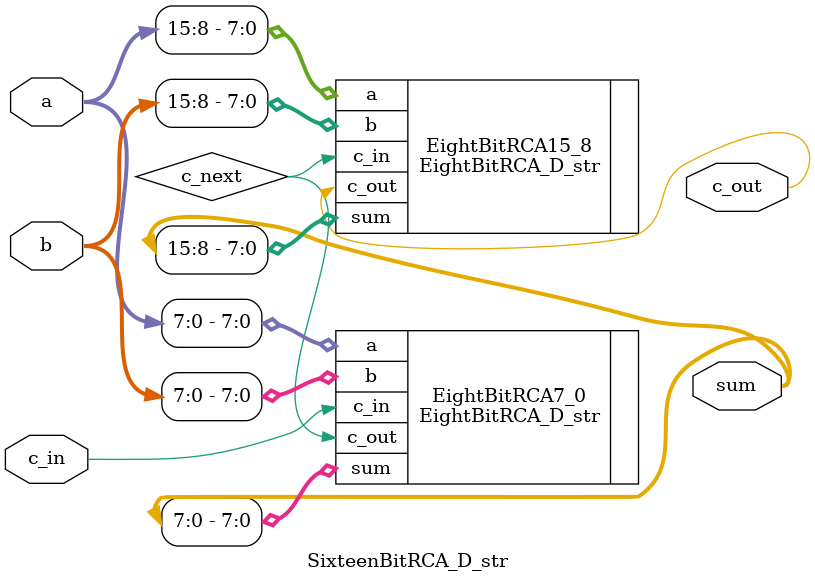
<source format=v>
`timescale 1ns / 1ps

// Delayed 16-bit ripple carry adder
module SixteenBitRCA_D_str(
    output c_out,
    output [15:0] sum,
    input [15:0] a,
    input [15:0] b,
    input c_in
    );
    
    wire c_next;            // the carry out of the 8-bit adder that sums bits 7-0 of a and b
    
    //compute sum using 2 8-bit RCA's
    EightBitRCA_D_str      EightBitRCA7_0        (.c_out(c_next), .sum(sum[7:0]), .a(a[7:0]), .b(b[7:0]), .c_in(c_in));       // compute sum of bits 7-0 of a and b with c_in using a 8-bit RCA
    EightBitRCA_D_str      EightBitRCA15_8       (.c_out(c_out), .sum(sum[15:8]), .a(a[15:8]), .b(b[15:8]), .c_in(c_next));   // compute sum of bits 15-8 of a and b with c_next using a 8-bit RCA
    
endmodule
</source>
